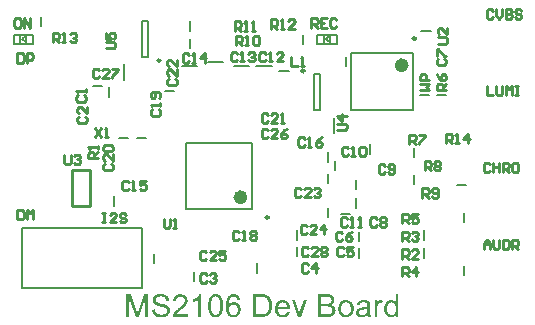
<source format=gto>
G04*
G04 #@! TF.GenerationSoftware,Altium Limited,CircuitStudio,1.5.1 (1.5.1.13)*
G04*
G04 Layer_Color=15065295*
%FSLAX25Y25*%
%MOIN*%
G70*
G01*
G75*
%ADD22C,0.01000*%
%ADD23C,0.02362*%
%ADD33C,0.00984*%
%ADD34C,0.00787*%
%ADD35C,0.01002*%
%ADD36C,0.00500*%
G36*
X282946Y245777D02*
X283041Y245767D01*
X283146Y245756D01*
X283261Y245735D01*
X283387Y245714D01*
X283661Y245641D01*
X283808Y245588D01*
X283955Y245535D01*
X284092Y245462D01*
X284228Y245378D01*
X284365Y245283D01*
X284491Y245178D01*
X284502Y245168D01*
X284523Y245147D01*
X284554Y245115D01*
X284596Y245073D01*
X284638Y245010D01*
X284691Y244947D01*
X284754Y244863D01*
X284817Y244768D01*
X284932Y244548D01*
X285038Y244295D01*
X285069Y244159D01*
X285101Y244011D01*
X285122Y243854D01*
X285132Y243686D01*
Y243665D01*
Y243612D01*
X285122Y243517D01*
X285111Y243402D01*
X285090Y243265D01*
X285048Y243108D01*
X285006Y242950D01*
X284943Y242782D01*
X284932Y242761D01*
X284911Y242708D01*
X284859Y242624D01*
X284796Y242509D01*
X284712Y242372D01*
X284607Y242214D01*
X284470Y242046D01*
X284323Y241867D01*
Y241857D01*
X284302Y241846D01*
X284281Y241815D01*
X284239Y241783D01*
X284197Y241731D01*
X284134Y241668D01*
X284060Y241605D01*
X283987Y241521D01*
X283892Y241426D01*
X283787Y241332D01*
X283671Y241216D01*
X283535Y241100D01*
X283398Y240974D01*
X283240Y240838D01*
X283072Y240690D01*
X282893Y240533D01*
X282883Y240522D01*
X282862Y240501D01*
X282809Y240470D01*
X282757Y240417D01*
X282694Y240365D01*
X282620Y240301D01*
X282442Y240154D01*
X282263Y239986D01*
X282084Y239828D01*
X281927Y239692D01*
X281863Y239629D01*
X281811Y239576D01*
X281801Y239566D01*
X281769Y239534D01*
X281727Y239482D01*
X281674Y239429D01*
X281611Y239345D01*
X281548Y239271D01*
X281422Y239082D01*
X285143D01*
Y238189D01*
X280129D01*
Y238199D01*
Y238242D01*
Y238305D01*
X280140Y238389D01*
X280150Y238494D01*
X280171Y238599D01*
X280192Y238715D01*
X280235Y238830D01*
Y238841D01*
X280245Y238851D01*
X280266Y238914D01*
X280319Y239019D01*
X280382Y239145D01*
X280466Y239303D01*
X280571Y239471D01*
X280697Y239650D01*
X280844Y239839D01*
X280855Y239850D01*
X280865Y239860D01*
X280886Y239892D01*
X280928Y239923D01*
X281023Y240028D01*
X281159Y240165D01*
X281328Y240333D01*
X281538Y240533D01*
X281790Y240753D01*
X282063Y240985D01*
X282074Y240995D01*
X282116Y241027D01*
X282179Y241079D01*
X282263Y241153D01*
X282368Y241237D01*
X282484Y241332D01*
X282599Y241447D01*
X282736Y241563D01*
X283020Y241815D01*
X283293Y242088D01*
X283419Y242214D01*
X283535Y242340D01*
X283640Y242467D01*
X283734Y242582D01*
X283745Y242593D01*
X283755Y242614D01*
X283776Y242645D01*
X283808Y242687D01*
X283871Y242792D01*
X283955Y242939D01*
X284039Y243118D01*
X284102Y243307D01*
X284155Y243507D01*
X284176Y243707D01*
Y243717D01*
Y243728D01*
Y243759D01*
X284165Y243801D01*
X284155Y243896D01*
X284123Y244033D01*
X284081Y244169D01*
X284008Y244327D01*
X283913Y244484D01*
X283776Y244632D01*
X283755Y244653D01*
X283703Y244695D01*
X283619Y244758D01*
X283503Y244831D01*
X283346Y244894D01*
X283177Y244957D01*
X282967Y245000D01*
X282746Y245021D01*
X282683D01*
X282631Y245010D01*
X282515Y245000D01*
X282358Y244968D01*
X282189Y244926D01*
X282011Y244852D01*
X281832Y244747D01*
X281664Y244611D01*
X281643Y244590D01*
X281601Y244537D01*
X281538Y244442D01*
X281464Y244327D01*
X281391Y244169D01*
X281328Y243980D01*
X281286Y243759D01*
X281264Y243507D01*
X280308Y243602D01*
Y243612D01*
X280319Y243644D01*
Y243707D01*
X280329Y243780D01*
X280350Y243864D01*
X280371Y243969D01*
X280403Y244085D01*
X280434Y244201D01*
X280529Y244463D01*
X280655Y244737D01*
X280739Y244863D01*
X280834Y244989D01*
X280928Y245115D01*
X281044Y245220D01*
X281054Y245231D01*
X281075Y245241D01*
X281107Y245273D01*
X281159Y245304D01*
X281222Y245357D01*
X281307Y245399D01*
X281391Y245451D01*
X281496Y245504D01*
X281622Y245556D01*
X281748Y245609D01*
X281885Y245662D01*
X282042Y245704D01*
X282210Y245735D01*
X282379Y245767D01*
X282568Y245777D01*
X282767Y245788D01*
X282873D01*
X282946Y245777D01*
D02*
G37*
G36*
X338124Y243791D02*
X338218Y243780D01*
X338334Y243759D01*
X338460Y243738D01*
X338597Y243707D01*
X338733Y243665D01*
X338880Y243623D01*
X339038Y243560D01*
X339196Y243486D01*
X339353Y243402D01*
X339500Y243297D01*
X339648Y243192D01*
X339784Y243055D01*
X339795Y243045D01*
X339816Y243024D01*
X339847Y242982D01*
X339900Y242918D01*
X339952Y242845D01*
X340015Y242750D01*
X340078Y242645D01*
X340152Y242519D01*
X340215Y242383D01*
X340278Y242225D01*
X340341Y242057D01*
X340394Y241878D01*
X340446Y241678D01*
X340478Y241468D01*
X340499Y241247D01*
X340509Y241006D01*
Y240995D01*
Y240964D01*
Y240901D01*
Y240827D01*
X340499Y240743D01*
X340488Y240638D01*
X340478Y240522D01*
X340467Y240396D01*
X340425Y240133D01*
X340373Y239850D01*
X340289Y239587D01*
X340236Y239450D01*
X340183Y239335D01*
Y239324D01*
X340173Y239303D01*
X340152Y239271D01*
X340121Y239229D01*
X340047Y239124D01*
X339952Y238988D01*
X339816Y238841D01*
X339658Y238683D01*
X339469Y238525D01*
X339259Y238389D01*
X339248D01*
X339227Y238378D01*
X339196Y238357D01*
X339154Y238336D01*
X339101Y238315D01*
X339027Y238284D01*
X338870Y238231D01*
X338670Y238168D01*
X338449Y238115D01*
X338197Y238073D01*
X337934Y238063D01*
X337829D01*
X337745Y238073D01*
X337651Y238084D01*
X337535Y238105D01*
X337409Y238126D01*
X337272Y238158D01*
X337125Y238189D01*
X336978Y238242D01*
X336820Y238305D01*
X336663Y238378D01*
X336515Y238462D01*
X336358Y238557D01*
X336211Y238672D01*
X336074Y238799D01*
X336064Y238809D01*
X336043Y238830D01*
X336011Y238872D01*
X335969Y238935D01*
X335906Y239009D01*
X335853Y239103D01*
X335790Y239219D01*
X335727Y239345D01*
X335654Y239482D01*
X335591Y239639D01*
X335538Y239818D01*
X335486Y240007D01*
X335433Y240217D01*
X335402Y240438D01*
X335381Y240680D01*
X335370Y240932D01*
Y240953D01*
Y240995D01*
X335381Y241079D01*
Y241184D01*
X335391Y241310D01*
X335412Y241458D01*
X335443Y241615D01*
X335475Y241783D01*
X335517Y241962D01*
X335580Y242151D01*
X335643Y242340D01*
X335727Y242519D01*
X335822Y242708D01*
X335938Y242876D01*
X336064Y243034D01*
X336211Y243181D01*
X336221Y243192D01*
X336242Y243213D01*
X336284Y243234D01*
X336337Y243276D01*
X336410Y243328D01*
X336484Y243381D01*
X336579Y243433D01*
X336694Y243496D01*
X336810Y243549D01*
X336947Y243602D01*
X337083Y243654D01*
X337230Y243707D01*
X337398Y243749D01*
X337567Y243770D01*
X337745Y243791D01*
X337934Y243801D01*
X338039D01*
X338124Y243791D01*
D02*
G37*
G36*
X271995Y238189D02*
X271028D01*
Y244527D01*
X268821Y238189D01*
X267917D01*
X265731Y244632D01*
Y238189D01*
X264764D01*
Y245756D01*
X266267D01*
X268064Y240396D01*
Y240386D01*
X268074Y240365D01*
X268085Y240322D01*
X268106Y240270D01*
X268127Y240207D01*
X268148Y240144D01*
X268201Y239976D01*
X268253Y239797D01*
X268316Y239608D01*
X268369Y239440D01*
X268421Y239282D01*
X268432Y239303D01*
X268442Y239356D01*
X268474Y239450D01*
X268516Y239587D01*
X268579Y239755D01*
X268642Y239965D01*
X268726Y240207D01*
X268821Y240491D01*
X270639Y245756D01*
X271995D01*
Y238189D01*
D02*
G37*
G36*
X289630D02*
X288706D01*
Y244106D01*
X288695Y244096D01*
X288643Y244054D01*
X288569Y243990D01*
X288474Y243906D01*
X288338Y243812D01*
X288191Y243696D01*
X288022Y243581D01*
X287823Y243465D01*
X287812D01*
X287802Y243455D01*
X287770Y243433D01*
X287728Y243412D01*
X287623Y243360D01*
X287497Y243286D01*
X287339Y243213D01*
X287182Y243129D01*
X287014Y243055D01*
X286845Y242982D01*
Y243885D01*
X286856D01*
X286877Y243906D01*
X286919Y243927D01*
X286971Y243949D01*
X287045Y243990D01*
X287119Y244033D01*
X287308Y244138D01*
X287518Y244264D01*
X287749Y244411D01*
X287980Y244579D01*
X288201Y244768D01*
X288212Y244779D01*
X288222Y244789D01*
X288254Y244821D01*
X288296Y244863D01*
X288401Y244957D01*
X288527Y245094D01*
X288664Y245252D01*
X288800Y245420D01*
X288926Y245599D01*
X289031Y245788D01*
X289630D01*
Y238189D01*
D02*
G37*
G36*
X344146Y243791D02*
X344314Y243780D01*
X344493Y243759D01*
X344682Y243728D01*
X344871Y243686D01*
X345050Y243633D01*
X345071Y243623D01*
X345123Y243602D01*
X345197Y243570D01*
X345291Y243517D01*
X345396Y243455D01*
X345502Y243381D01*
X345607Y243307D01*
X345691Y243213D01*
X345701Y243202D01*
X345722Y243171D01*
X345764Y243118D01*
X345806Y243045D01*
X345859Y242961D01*
X345901Y242845D01*
X345953Y242729D01*
X345985Y242593D01*
Y242582D01*
X345996Y242551D01*
X346006Y242488D01*
X346017Y242393D01*
Y242277D01*
X346027Y242130D01*
X346038Y241941D01*
Y241731D01*
Y240480D01*
Y240470D01*
Y240428D01*
Y240354D01*
Y240270D01*
Y240165D01*
Y240049D01*
Y239923D01*
X346048Y239787D01*
Y239513D01*
X346059Y239240D01*
X346069Y239124D01*
Y239009D01*
X346080Y238914D01*
X346090Y238841D01*
Y238830D01*
X346101Y238777D01*
X346122Y238715D01*
X346143Y238630D01*
X346174Y238525D01*
X346206Y238420D01*
X346258Y238305D01*
X346321Y238189D01*
X345355D01*
X345344Y238199D01*
X345333Y238242D01*
X345302Y238305D01*
X345281Y238378D01*
X345249Y238483D01*
X345218Y238599D01*
X345197Y238725D01*
X345176Y238872D01*
X345165D01*
X345155Y238851D01*
X345123Y238830D01*
X345092Y238799D01*
X344987Y238725D01*
X344850Y238620D01*
X344703Y238515D01*
X344524Y238420D01*
X344345Y238315D01*
X344167Y238242D01*
X344146Y238231D01*
X344083Y238210D01*
X343988Y238189D01*
X343862Y238158D01*
X343715Y238115D01*
X343536Y238094D01*
X343347Y238073D01*
X343147Y238063D01*
X343063D01*
X343000Y238073D01*
X342927D01*
X342832Y238084D01*
X342632Y238115D01*
X342412Y238168D01*
X342180Y238252D01*
X341960Y238357D01*
X341760Y238504D01*
Y238515D01*
X341739Y238525D01*
X341687Y238588D01*
X341602Y238683D01*
X341518Y238809D01*
X341434Y238977D01*
X341350Y239166D01*
X341298Y239387D01*
X341287Y239503D01*
X341277Y239629D01*
Y239650D01*
Y239692D01*
X341287Y239776D01*
X341298Y239871D01*
X341319Y239986D01*
X341350Y240112D01*
X341392Y240238D01*
X341455Y240365D01*
X341466Y240375D01*
X341487Y240417D01*
X341529Y240480D01*
X341581Y240554D01*
X341644Y240648D01*
X341728Y240732D01*
X341823Y240816D01*
X341928Y240901D01*
X341939Y240911D01*
X341981Y240932D01*
X342044Y240974D01*
X342128Y241016D01*
X342222Y241058D01*
X342338Y241111D01*
X342464Y241163D01*
X342601Y241205D01*
X342611D01*
X342653Y241216D01*
X342716Y241237D01*
X342811Y241247D01*
X342927Y241268D01*
X343063Y241289D01*
X343231Y241321D01*
X343431Y241342D01*
X343442D01*
X343484Y241353D01*
X343536D01*
X343620Y241363D01*
X343704Y241384D01*
X343820Y241394D01*
X343936Y241416D01*
X344062Y241437D01*
X344335Y241479D01*
X344608Y241542D01*
X344871Y241605D01*
X344987Y241636D01*
X345092Y241668D01*
Y241678D01*
Y241699D01*
X345102Y241773D01*
Y241846D01*
Y241888D01*
Y241910D01*
Y241920D01*
Y241931D01*
Y241962D01*
Y242004D01*
X345092Y242099D01*
X345071Y242225D01*
X345039Y242351D01*
X344987Y242488D01*
X344923Y242603D01*
X344829Y242708D01*
X344808Y242719D01*
X344766Y242761D01*
X344682Y242813D01*
X344566Y242876D01*
X344409Y242929D01*
X344230Y242982D01*
X344020Y243024D01*
X343767Y243034D01*
X343662D01*
X343547Y243024D01*
X343400Y243003D01*
X343242Y242982D01*
X343084Y242939D01*
X342937Y242876D01*
X342800Y242803D01*
X342790Y242792D01*
X342748Y242761D01*
X342695Y242698D01*
X342622Y242614D01*
X342548Y242509D01*
X342475Y242361D01*
X342401Y242193D01*
X342338Y241994D01*
X341434Y242120D01*
Y242130D01*
X341445Y242141D01*
Y242172D01*
X341455Y242214D01*
X341487Y242319D01*
X341529Y242456D01*
X341581Y242603D01*
X341655Y242761D01*
X341739Y242908D01*
X341834Y243055D01*
X341844Y243076D01*
X341886Y243118D01*
X341949Y243181D01*
X342044Y243255D01*
X342159Y243349D01*
X342296Y243433D01*
X342464Y243528D01*
X342653Y243602D01*
X342664D01*
X342674Y243612D01*
X342706Y243623D01*
X342748Y243633D01*
X342800Y243644D01*
X342864Y243665D01*
X343011Y243707D01*
X343200Y243738D01*
X343410Y243770D01*
X343652Y243791D01*
X343904Y243801D01*
X344083D01*
X344146Y243791D01*
D02*
G37*
G36*
X331807Y245746D02*
X331891D01*
X332091Y245725D01*
X332312Y245704D01*
X332543Y245662D01*
X332764Y245599D01*
X332974Y245525D01*
X332984D01*
X332995Y245514D01*
X333058Y245483D01*
X333152Y245430D01*
X333278Y245346D01*
X333405Y245252D01*
X333541Y245126D01*
X333678Y244978D01*
X333793Y244810D01*
X333804Y244789D01*
X333846Y244726D01*
X333888Y244632D01*
X333951Y244506D01*
X334004Y244358D01*
X334056Y244190D01*
X334088Y244011D01*
X334098Y243822D01*
Y243801D01*
Y243738D01*
X334088Y243644D01*
X334067Y243528D01*
X334035Y243391D01*
X333983Y243234D01*
X333920Y243076D01*
X333825Y242908D01*
X333815Y242887D01*
X333772Y242834D01*
X333709Y242761D01*
X333625Y242666D01*
X333520Y242551D01*
X333384Y242435D01*
X333226Y242330D01*
X333037Y242225D01*
X333047D01*
X333068Y242214D01*
X333100Y242204D01*
X333152Y242183D01*
X333268Y242130D01*
X333426Y242057D01*
X333594Y241962D01*
X333772Y241846D01*
X333941Y241699D01*
X334088Y241531D01*
Y241521D01*
X334109Y241510D01*
X334151Y241447D01*
X334203Y241342D01*
X334277Y241205D01*
X334350Y241037D01*
X334403Y240848D01*
X334445Y240627D01*
X334466Y240386D01*
Y240375D01*
Y240365D01*
Y240333D01*
Y240291D01*
X334456Y240196D01*
X334435Y240060D01*
X334414Y239902D01*
X334371Y239734D01*
X334308Y239566D01*
X334235Y239387D01*
X334224Y239366D01*
X334193Y239314D01*
X334151Y239229D01*
X334088Y239135D01*
X334004Y239019D01*
X333909Y238904D01*
X333793Y238788D01*
X333678Y238683D01*
X333667Y238672D01*
X333615Y238641D01*
X333552Y238599D01*
X333457Y238546D01*
X333331Y238483D01*
X333194Y238431D01*
X333026Y238368D01*
X332848Y238315D01*
X332826D01*
X332795Y238305D01*
X332764Y238294D01*
X332658Y238273D01*
X332511Y238252D01*
X332333Y238231D01*
X332133Y238210D01*
X331891Y238199D01*
X331639Y238189D01*
X328759D01*
Y245756D01*
X331733D01*
X331807Y245746D01*
D02*
G37*
G36*
X309978D02*
X310177D01*
X310388Y245725D01*
X310619Y245704D01*
X310840Y245683D01*
X311029Y245641D01*
X311039D01*
X311060Y245630D01*
X311092Y245620D01*
X311134Y245609D01*
X311260Y245578D01*
X311407Y245514D01*
X311575Y245441D01*
X311765Y245357D01*
X311954Y245241D01*
X312132Y245105D01*
X312143Y245094D01*
X312164Y245083D01*
X312185Y245052D01*
X312227Y245010D01*
X312280Y244957D01*
X312343Y244905D01*
X312469Y244747D01*
X312616Y244558D01*
X312763Y244337D01*
X312900Y244085D01*
X313026Y243801D01*
Y243791D01*
X313036Y243770D01*
X313057Y243728D01*
X313078Y243665D01*
X313099Y243591D01*
X313120Y243507D01*
X313152Y243402D01*
X313183Y243286D01*
X313204Y243160D01*
X313236Y243024D01*
X313288Y242719D01*
X313320Y242372D01*
X313331Y242004D01*
Y241994D01*
Y241962D01*
Y241920D01*
Y241857D01*
X313320Y241783D01*
Y241699D01*
X313310Y241594D01*
Y241489D01*
X313278Y241258D01*
X313246Y240995D01*
X313194Y240732D01*
X313120Y240480D01*
Y240470D01*
X313110Y240449D01*
X313099Y240417D01*
X313089Y240375D01*
X313036Y240249D01*
X312984Y240091D01*
X312910Y239923D01*
X312815Y239734D01*
X312721Y239555D01*
X312605Y239377D01*
X312595Y239356D01*
X312553Y239303D01*
X312490Y239229D01*
X312406Y239135D01*
X312300Y239019D01*
X312185Y238904D01*
X312048Y238799D01*
X311912Y238693D01*
X311891Y238683D01*
X311849Y238651D01*
X311765Y238609D01*
X311659Y238557D01*
X311533Y238494D01*
X311376Y238431D01*
X311197Y238368D01*
X311008Y238315D01*
X310987D01*
X310955Y238305D01*
X310913Y238294D01*
X310808Y238273D01*
X310661Y238252D01*
X310482Y238231D01*
X310272Y238210D01*
X310051Y238199D01*
X309799Y238189D01*
X307077D01*
Y245756D01*
X309894D01*
X309978Y245746D01*
D02*
G37*
G36*
X355402Y238189D02*
X354540D01*
Y238872D01*
X354530Y238862D01*
X354519Y238841D01*
X354488Y238799D01*
X354446Y238746D01*
X354393Y238683D01*
X354320Y238620D01*
X354246Y238546D01*
X354151Y238473D01*
X354046Y238389D01*
X353931Y238315D01*
X353804Y238252D01*
X353668Y238189D01*
X353521Y238136D01*
X353363Y238094D01*
X353184Y238073D01*
X353006Y238063D01*
X352943D01*
X352890Y238073D01*
X352838D01*
X352764Y238084D01*
X352606Y238105D01*
X352417Y238147D01*
X352218Y238210D01*
X352007Y238305D01*
X351797Y238420D01*
X351787D01*
X351776Y238441D01*
X351702Y238483D01*
X351608Y238567D01*
X351482Y238683D01*
X351345Y238820D01*
X351208Y238998D01*
X351072Y239198D01*
X350946Y239429D01*
Y239440D01*
X350935Y239461D01*
X350914Y239492D01*
X350904Y239545D01*
X350883Y239608D01*
X350851Y239681D01*
X350830Y239766D01*
X350799Y239860D01*
X350746Y240081D01*
X350693Y240333D01*
X350662Y240617D01*
X350652Y240922D01*
Y240932D01*
Y240964D01*
Y241006D01*
Y241058D01*
X350662Y241132D01*
Y241216D01*
X350673Y241310D01*
X350683Y241416D01*
X350715Y241647D01*
X350767Y241899D01*
X350830Y242162D01*
X350925Y242414D01*
Y242425D01*
X350935Y242445D01*
X350956Y242477D01*
X350977Y242530D01*
X351040Y242645D01*
X351135Y242792D01*
X351251Y242961D01*
X351387Y243129D01*
X351555Y243297D01*
X351745Y243444D01*
X351755D01*
X351766Y243455D01*
X351797Y243476D01*
X351839Y243496D01*
X351955Y243560D01*
X352102Y243623D01*
X352280Y243686D01*
X352491Y243749D01*
X352722Y243791D01*
X352964Y243801D01*
X353048D01*
X353142Y243791D01*
X353258Y243780D01*
X353395Y243749D01*
X353542Y243717D01*
X353689Y243665D01*
X353836Y243591D01*
X353857Y243581D01*
X353899Y243549D01*
X353973Y243507D01*
X354067Y243444D01*
X354162Y243370D01*
X354267Y243276D01*
X354382Y243160D01*
X354477Y243045D01*
Y245756D01*
X355402D01*
Y238189D01*
D02*
G37*
G36*
X276409Y245882D02*
X276503D01*
X276598Y245872D01*
X276703Y245861D01*
X276934Y245830D01*
X277176Y245777D01*
X277428Y245714D01*
X277681Y245620D01*
X277691D01*
X277712Y245609D01*
X277744Y245588D01*
X277786Y245567D01*
X277901Y245504D01*
X278048Y245420D01*
X278206Y245304D01*
X278364Y245168D01*
X278521Y245010D01*
X278658Y244821D01*
Y244810D01*
X278668Y244800D01*
X278690Y244768D01*
X278711Y244726D01*
X278774Y244621D01*
X278837Y244474D01*
X278900Y244295D01*
X278963Y244096D01*
X279015Y243875D01*
X279036Y243633D01*
X278080Y243560D01*
Y243570D01*
Y243591D01*
X278069Y243623D01*
X278059Y243675D01*
X278027Y243801D01*
X277985Y243959D01*
X277912Y244127D01*
X277828Y244306D01*
X277702Y244484D01*
X277554Y244632D01*
X277533Y244653D01*
X277470Y244695D01*
X277365Y244747D01*
X277229Y244821D01*
X277040Y244884D01*
X276819Y244947D01*
X276546Y244989D01*
X276241Y245000D01*
X276094D01*
X276020Y244989D01*
X275936Y244978D01*
X275736Y244957D01*
X275526Y244915D01*
X275305Y244863D01*
X275106Y244779D01*
X275011Y244726D01*
X274927Y244663D01*
X274906Y244653D01*
X274864Y244600D01*
X274801Y244537D01*
X274727Y244432D01*
X274643Y244316D01*
X274580Y244180D01*
X274538Y244022D01*
X274517Y243854D01*
Y243833D01*
Y243791D01*
X274528Y243717D01*
X274549Y243623D01*
X274591Y243517D01*
X274633Y243402D01*
X274706Y243297D01*
X274801Y243192D01*
X274811Y243181D01*
X274832Y243171D01*
X274864Y243150D01*
X274906Y243118D01*
X274958Y243097D01*
X275022Y243066D01*
X275095Y243024D01*
X275190Y242982D01*
X275295Y242939D01*
X275421Y242898D01*
X275557Y242855D01*
X275715Y242803D01*
X275894Y242750D01*
X276083Y242698D01*
X276304Y242645D01*
X276314D01*
X276356Y242635D01*
X276419Y242624D01*
X276503Y242603D01*
X276598Y242572D01*
X276714Y242551D01*
X276840Y242519D01*
X276966Y242488D01*
X277250Y242404D01*
X277523Y242330D01*
X277649Y242288D01*
X277775Y242246D01*
X277880Y242204D01*
X277975Y242162D01*
X277985D01*
X278006Y242151D01*
X278038Y242130D01*
X278080Y242109D01*
X278206Y242046D01*
X278343Y241952D01*
X278500Y241846D01*
X278668Y241710D01*
X278816Y241563D01*
X278952Y241394D01*
X278963Y241373D01*
X279005Y241310D01*
X279057Y241216D01*
X279110Y241090D01*
X279173Y240932D01*
X279215Y240743D01*
X279257Y240543D01*
X279268Y240322D01*
Y240312D01*
Y240291D01*
Y240260D01*
Y240217D01*
X279247Y240102D01*
X279225Y239955D01*
X279184Y239776D01*
X279120Y239587D01*
X279036Y239377D01*
X278921Y239177D01*
Y239166D01*
X278900Y239156D01*
X278858Y239093D01*
X278774Y238998D01*
X278668Y238883D01*
X278521Y238746D01*
X278353Y238609D01*
X278153Y238473D01*
X277922Y238357D01*
X277912D01*
X277891Y238347D01*
X277859Y238326D01*
X277807Y238315D01*
X277754Y238294D01*
X277681Y238263D01*
X277596Y238242D01*
X277502Y238210D01*
X277292Y238158D01*
X277040Y238105D01*
X276766Y238073D01*
X276472Y238063D01*
X276304D01*
X276220Y238073D01*
X276115Y238084D01*
X275999D01*
X275873Y238105D01*
X275610Y238136D01*
X275316Y238189D01*
X275032Y238263D01*
X274759Y238357D01*
X274748D01*
X274727Y238368D01*
X274696Y238389D01*
X274643Y238410D01*
X274517Y238483D01*
X274359Y238578D01*
X274191Y238704D01*
X274002Y238862D01*
X273823Y239040D01*
X273666Y239250D01*
Y239261D01*
X273645Y239282D01*
X273634Y239314D01*
X273603Y239356D01*
X273571Y239408D01*
X273540Y239482D01*
X273466Y239650D01*
X273393Y239850D01*
X273329Y240081D01*
X273287Y240333D01*
X273266Y240617D01*
X274212Y240701D01*
Y240690D01*
Y240680D01*
X274223Y240648D01*
Y240606D01*
X274244Y240501D01*
X274275Y240365D01*
X274317Y240217D01*
X274370Y240060D01*
X274433Y239902D01*
X274517Y239755D01*
X274528Y239744D01*
X274559Y239692D01*
X274622Y239629D01*
X274706Y239545D01*
X274811Y239461D01*
X274938Y239356D01*
X275095Y239261D01*
X275274Y239177D01*
X275284D01*
X275295Y239166D01*
X275326Y239156D01*
X275368Y239145D01*
X275473Y239103D01*
X275610Y239072D01*
X275778Y239030D01*
X275978Y238988D01*
X276199Y238967D01*
X276430Y238956D01*
X276524D01*
X276630Y238967D01*
X276766Y238977D01*
X276924Y238998D01*
X277092Y239030D01*
X277260Y239072D01*
X277428Y239124D01*
X277449Y239135D01*
X277502Y239156D01*
X277575Y239198D01*
X277681Y239250D01*
X277786Y239314D01*
X277891Y239387D01*
X277996Y239482D01*
X278080Y239587D01*
X278091Y239597D01*
X278112Y239639D01*
X278153Y239702D01*
X278196Y239776D01*
X278227Y239871D01*
X278269Y239986D01*
X278290Y240112D01*
X278301Y240238D01*
Y240260D01*
Y240301D01*
X278290Y240365D01*
X278280Y240449D01*
X278248Y240543D01*
X278217Y240648D01*
X278164Y240753D01*
X278091Y240859D01*
X278080Y240869D01*
X278048Y240901D01*
X277996Y240953D01*
X277922Y241016D01*
X277828Y241079D01*
X277712Y241153D01*
X277575Y241226D01*
X277407Y241300D01*
X277397Y241310D01*
X277344Y241321D01*
X277313Y241342D01*
X277260Y241353D01*
X277197Y241373D01*
X277134Y241394D01*
X277050Y241416D01*
X276955Y241447D01*
X276840Y241479D01*
X276724Y241510D01*
X276588Y241542D01*
X276430Y241584D01*
X276262Y241626D01*
X276073Y241668D01*
X276062D01*
X276030Y241678D01*
X275978Y241689D01*
X275904Y241710D01*
X275820Y241731D01*
X275726Y241762D01*
X275505Y241825D01*
X275263Y241899D01*
X275022Y241983D01*
X274801Y242067D01*
X274706Y242109D01*
X274622Y242151D01*
X274612D01*
X274601Y242162D01*
X274538Y242204D01*
X274433Y242267D01*
X274317Y242351D01*
X274181Y242445D01*
X274055Y242572D01*
X273928Y242708D01*
X273813Y242855D01*
X273802Y242876D01*
X273771Y242929D01*
X273729Y243013D01*
X273687Y243129D01*
X273634Y243276D01*
X273592Y243433D01*
X273561Y243612D01*
X273550Y243801D01*
Y243812D01*
Y243822D01*
Y243854D01*
X273561Y243896D01*
X273571Y244011D01*
X273592Y244148D01*
X273624Y244306D01*
X273687Y244484D01*
X273760Y244674D01*
X273865Y244863D01*
Y244873D01*
X273876Y244884D01*
X273928Y244947D01*
X274002Y245041D01*
X274107Y245147D01*
X274244Y245273D01*
X274401Y245399D01*
X274591Y245525D01*
X274811Y245630D01*
X274822D01*
X274843Y245641D01*
X274874Y245651D01*
X274927Y245672D01*
X274979Y245693D01*
X275053Y245714D01*
X275221Y245767D01*
X275431Y245809D01*
X275663Y245851D01*
X275925Y245882D01*
X276199Y245893D01*
X276335D01*
X276409Y245882D01*
D02*
G37*
G36*
X300708Y245777D02*
X300782D01*
X300876Y245767D01*
X301076Y245725D01*
X301307Y245662D01*
X301559Y245578D01*
X301801Y245451D01*
X301917Y245367D01*
X302022Y245283D01*
X302032Y245273D01*
X302043Y245262D01*
X302074Y245231D01*
X302116Y245189D01*
X302158Y245136D01*
X302211Y245073D01*
X302263Y245010D01*
X302326Y244926D01*
X302442Y244726D01*
X302558Y244495D01*
X302652Y244211D01*
X302684Y244064D01*
X302715Y243906D01*
X301790Y243833D01*
Y243843D01*
X301780Y243854D01*
X301769Y243917D01*
X301738Y244011D01*
X301696Y244138D01*
X301643Y244264D01*
X301591Y244390D01*
X301517Y244516D01*
X301433Y244621D01*
X301412Y244642D01*
X301370Y244684D01*
X301286Y244747D01*
X301181Y244821D01*
X301044Y244894D01*
X300887Y244957D01*
X300708Y245000D01*
X300508Y245021D01*
X300435D01*
X300351Y245010D01*
X300245Y244989D01*
X300119Y244957D01*
X299983Y244915D01*
X299846Y244852D01*
X299720Y244768D01*
X299699Y244758D01*
X299646Y244705D01*
X299573Y244632D01*
X299468Y244537D01*
X299363Y244400D01*
X299247Y244243D01*
X299131Y244054D01*
X299026Y243833D01*
Y243822D01*
X299016Y243801D01*
X299005Y243770D01*
X298984Y243717D01*
X298963Y243654D01*
X298942Y243581D01*
X298921Y243486D01*
X298900Y243391D01*
X298879Y243265D01*
X298858Y243139D01*
X298837Y242992D01*
X298816Y242845D01*
X298795Y242666D01*
X298785Y242488D01*
X298774Y242298D01*
Y242099D01*
X298785Y242109D01*
X298837Y242172D01*
X298900Y242256D01*
X298995Y242372D01*
X299111Y242498D01*
X299258Y242624D01*
X299415Y242740D01*
X299583Y242845D01*
X299594D01*
X299604Y242855D01*
X299668Y242887D01*
X299773Y242929D01*
X299899Y242971D01*
X300046Y243013D01*
X300224Y243055D01*
X300414Y243087D01*
X300603Y243097D01*
X300697D01*
X300761Y243087D01*
X300834Y243076D01*
X300929Y243066D01*
X301034Y243045D01*
X301149Y243013D01*
X301391Y242929D01*
X301528Y242876D01*
X301654Y242803D01*
X301790Y242729D01*
X301927Y242635D01*
X302053Y242530D01*
X302179Y242404D01*
X302190Y242393D01*
X302211Y242372D01*
X302242Y242330D01*
X302285Y242277D01*
X302337Y242214D01*
X302390Y242130D01*
X302453Y242036D01*
X302516Y241931D01*
X302568Y241804D01*
X302631Y241668D01*
X302684Y241531D01*
X302736Y241373D01*
X302779Y241205D01*
X302810Y241027D01*
X302831Y240838D01*
X302841Y240638D01*
Y240627D01*
Y240606D01*
Y240564D01*
Y240522D01*
X302831Y240459D01*
X302820Y240386D01*
X302800Y240207D01*
X302768Y240007D01*
X302705Y239787D01*
X302631Y239545D01*
X302526Y239314D01*
Y239303D01*
X302516Y239282D01*
X302495Y239250D01*
X302474Y239208D01*
X302400Y239103D01*
X302306Y238967D01*
X302190Y238820D01*
X302043Y238662D01*
X301875Y238515D01*
X301685Y238378D01*
X301675D01*
X301664Y238368D01*
X301633Y238347D01*
X301591Y238326D01*
X301475Y238284D01*
X301328Y238221D01*
X301149Y238168D01*
X300950Y238115D01*
X300718Y238073D01*
X300466Y238063D01*
X300414D01*
X300351Y238073D01*
X300277D01*
X300172Y238094D01*
X300067Y238105D01*
X299930Y238136D01*
X299794Y238168D01*
X299646Y238210D01*
X299499Y238273D01*
X299342Y238336D01*
X299184Y238420D01*
X299026Y238515D01*
X298869Y238630D01*
X298722Y238767D01*
X298574Y238914D01*
X298564Y238925D01*
X298543Y238956D01*
X298511Y239009D01*
X298459Y239082D01*
X298406Y239177D01*
X298343Y239293D01*
X298280Y239429D01*
X298217Y239587D01*
X298144Y239766D01*
X298080Y239976D01*
X298017Y240207D01*
X297965Y240459D01*
X297912Y240743D01*
X297881Y241048D01*
X297860Y241373D01*
X297849Y241731D01*
Y241741D01*
Y241752D01*
Y241783D01*
Y241825D01*
X297860Y241941D01*
Y242088D01*
X297870Y242267D01*
X297891Y242477D01*
X297912Y242708D01*
X297954Y242950D01*
X297996Y243202D01*
X298049Y243465D01*
X298112Y243738D01*
X298196Y244001D01*
X298280Y244253D01*
X298396Y244495D01*
X298511Y244716D01*
X298658Y244915D01*
X298669Y244926D01*
X298690Y244957D01*
X298732Y245000D01*
X298785Y245052D01*
X298858Y245115D01*
X298942Y245189D01*
X299047Y245273D01*
X299163Y245357D01*
X299289Y245430D01*
X299436Y245514D01*
X299594Y245588D01*
X299762Y245651D01*
X299941Y245704D01*
X300140Y245746D01*
X300340Y245777D01*
X300561Y245788D01*
X300645D01*
X300708Y245777D01*
D02*
G37*
G36*
X349653Y243791D02*
X349769Y243759D01*
X349916Y243728D01*
X350084Y243675D01*
X350263Y243602D01*
X350441Y243496D01*
X350105Y242635D01*
X350095Y242645D01*
X350052Y242666D01*
X349979Y242698D01*
X349895Y242740D01*
X349790Y242782D01*
X349674Y242813D01*
X349548Y242834D01*
X349422Y242845D01*
X349369D01*
X349317Y242834D01*
X349243Y242824D01*
X349159Y242803D01*
X349064Y242761D01*
X348970Y242719D01*
X348875Y242656D01*
X348865Y242645D01*
X348833Y242624D01*
X348791Y242582D01*
X348739Y242530D01*
X348686Y242456D01*
X348623Y242372D01*
X348570Y242267D01*
X348529Y242151D01*
Y242141D01*
X348518Y242130D01*
Y242099D01*
X348507Y242067D01*
X348486Y241962D01*
X348455Y241825D01*
X348423Y241668D01*
X348402Y241479D01*
X348392Y241279D01*
X348381Y241058D01*
Y238189D01*
X347457D01*
Y243675D01*
X348287D01*
Y242855D01*
X348297Y242866D01*
X348318Y242898D01*
X348339Y242939D01*
X348402Y243034D01*
X348476Y243160D01*
X348570Y243286D01*
X348665Y243412D01*
X348770Y243528D01*
X348875Y243612D01*
X348886Y243623D01*
X348928Y243644D01*
X348980Y243675D01*
X349054Y243707D01*
X349138Y243738D01*
X349243Y243770D01*
X349359Y243791D01*
X349474Y243801D01*
X349558D01*
X349653Y243791D01*
D02*
G37*
G36*
X322842Y238189D02*
X321959D01*
X319889Y243675D01*
X320877D01*
X322043Y240386D01*
Y240375D01*
X322054Y240365D01*
X322064Y240333D01*
X322075Y240291D01*
X322117Y240186D01*
X322159Y240049D01*
X322222Y239881D01*
X322274Y239692D01*
X322338Y239492D01*
X322401Y239282D01*
X322411Y239303D01*
X322422Y239356D01*
X322453Y239450D01*
X322495Y239576D01*
X322537Y239723D01*
X322600Y239902D01*
X322674Y240102D01*
X322747Y240322D01*
X323967Y243675D01*
X324923D01*
X322842Y238189D01*
D02*
G37*
G36*
X317009Y243791D02*
X317104Y243780D01*
X317209Y243759D01*
X317335Y243738D01*
X317461Y243707D01*
X317598Y243665D01*
X317745Y243612D01*
X317892Y243560D01*
X318050Y243486D01*
X318197Y243391D01*
X318344Y243297D01*
X318480Y243181D01*
X318617Y243045D01*
X318628Y243034D01*
X318649Y243013D01*
X318680Y242971D01*
X318733Y242908D01*
X318785Y242834D01*
X318838Y242740D01*
X318901Y242624D01*
X318974Y242498D01*
X319037Y242361D01*
X319100Y242204D01*
X319153Y242025D01*
X319216Y241836D01*
X319258Y241636D01*
X319290Y241416D01*
X319311Y241184D01*
X319321Y240932D01*
Y240922D01*
Y240869D01*
Y240795D01*
X319311Y240690D01*
X315233D01*
Y240680D01*
Y240648D01*
X315243Y240606D01*
Y240543D01*
X315254Y240470D01*
X315275Y240375D01*
X315317Y240175D01*
X315380Y239955D01*
X315464Y239723D01*
X315580Y239503D01*
X315737Y239303D01*
X315748D01*
X315758Y239282D01*
X315821Y239229D01*
X315916Y239156D01*
X316053Y239072D01*
X316221Y238977D01*
X316420Y238904D01*
X316641Y238851D01*
X316757Y238841D01*
X316883Y238830D01*
X316967D01*
X317061Y238841D01*
X317188Y238862D01*
X317324Y238893D01*
X317471Y238946D01*
X317619Y239009D01*
X317755Y239093D01*
X317776Y239103D01*
X317818Y239145D01*
X317881Y239208D01*
X317965Y239303D01*
X318050Y239419D01*
X318155Y239576D01*
X318249Y239744D01*
X318333Y239955D01*
X319290Y239828D01*
Y239818D01*
X319279Y239797D01*
X319269Y239744D01*
X319248Y239692D01*
X319216Y239618D01*
X319185Y239534D01*
X319100Y239356D01*
X318985Y239145D01*
X318838Y238925D01*
X318649Y238715D01*
X318438Y238525D01*
X318428D01*
X318407Y238504D01*
X318375Y238483D01*
X318333Y238452D01*
X318270Y238420D01*
X318197Y238378D01*
X318112Y238336D01*
X318018Y238294D01*
X317913Y238252D01*
X317787Y238210D01*
X317524Y238136D01*
X317219Y238084D01*
X317061Y238073D01*
X316883Y238063D01*
X316767D01*
X316683Y238073D01*
X316578Y238084D01*
X316462Y238105D01*
X316336Y238126D01*
X316189Y238158D01*
X316042Y238189D01*
X315884Y238242D01*
X315727Y238305D01*
X315569Y238378D01*
X315411Y238462D01*
X315254Y238557D01*
X315107Y238672D01*
X314970Y238799D01*
X314960Y238809D01*
X314938Y238830D01*
X314907Y238872D01*
X314865Y238935D01*
X314812Y239009D01*
X314749Y239103D01*
X314686Y239219D01*
X314623Y239335D01*
X314560Y239482D01*
X314497Y239639D01*
X314434Y239808D01*
X314382Y239997D01*
X314339Y240196D01*
X314308Y240407D01*
X314287Y240638D01*
X314276Y240880D01*
Y240901D01*
Y240943D01*
Y241016D01*
X314287Y241111D01*
X314297Y241226D01*
X314318Y241363D01*
X314339Y241510D01*
X314360Y241668D01*
X314444Y242015D01*
X314508Y242193D01*
X314571Y242372D01*
X314655Y242551D01*
X314749Y242719D01*
X314854Y242887D01*
X314981Y243034D01*
X314991Y243045D01*
X315012Y243066D01*
X315054Y243108D01*
X315107Y243150D01*
X315180Y243213D01*
X315264Y243276D01*
X315369Y243349D01*
X315485Y243423D01*
X315611Y243486D01*
X315748Y243560D01*
X315895Y243623D01*
X316063Y243686D01*
X316242Y243728D01*
X316420Y243770D01*
X316620Y243791D01*
X316830Y243801D01*
X316935D01*
X317009Y243791D01*
D02*
G37*
G36*
X294696Y245777D02*
X294843Y245756D01*
X295001Y245725D01*
X295190Y245683D01*
X295369Y245620D01*
X295548Y245535D01*
X295558D01*
X295569Y245525D01*
X295621Y245493D01*
X295705Y245430D01*
X295821Y245357D01*
X295936Y245262D01*
X296063Y245136D01*
X296189Y245000D01*
X296304Y244831D01*
X296315Y244810D01*
X296357Y244747D01*
X296409Y244653D01*
X296472Y244516D01*
X296546Y244358D01*
X296620Y244159D01*
X296704Y243949D01*
X296767Y243707D01*
Y243696D01*
X296777Y243675D01*
X296788Y243644D01*
X296798Y243591D01*
X296809Y243517D01*
X296819Y243433D01*
X296840Y243339D01*
X296861Y243234D01*
X296872Y243118D01*
X296893Y242982D01*
X296903Y242834D01*
X296914Y242677D01*
X296924Y242498D01*
X296935Y242319D01*
X296945Y242130D01*
Y241920D01*
Y241910D01*
Y241857D01*
Y241794D01*
Y241699D01*
X296935Y241584D01*
Y241458D01*
X296924Y241310D01*
X296914Y241153D01*
X296882Y240806D01*
X296830Y240449D01*
X296767Y240091D01*
X296725Y239923D01*
X296672Y239766D01*
Y239755D01*
X296662Y239734D01*
X296641Y239692D01*
X296620Y239629D01*
X296588Y239566D01*
X296556Y239482D01*
X296472Y239303D01*
X296357Y239093D01*
X296210Y238893D01*
X296041Y238683D01*
X295852Y238504D01*
X295842D01*
X295831Y238483D01*
X295800Y238462D01*
X295758Y238431D01*
X295705Y238399D01*
X295632Y238368D01*
X295474Y238284D01*
X295274Y238199D01*
X295043Y238136D01*
X294770Y238084D01*
X294476Y238063D01*
X294423D01*
X294370Y238073D01*
X294297D01*
X294202Y238084D01*
X294097Y238105D01*
X293982Y238126D01*
X293856Y238158D01*
X293719Y238199D01*
X293582Y238252D01*
X293435Y238315D01*
X293288Y238389D01*
X293151Y238483D01*
X293015Y238588D01*
X292888Y238704D01*
X292762Y238841D01*
X292752Y238851D01*
X292731Y238883D01*
X292689Y238946D01*
X292647Y239019D01*
X292594Y239124D01*
X292531Y239250D01*
X292458Y239408D01*
X292395Y239576D01*
X292321Y239787D01*
X292247Y240007D01*
X292184Y240260D01*
X292132Y240543D01*
X292090Y240848D01*
X292048Y241174D01*
X292027Y241531D01*
X292016Y241920D01*
Y241931D01*
Y241983D01*
Y242046D01*
Y242141D01*
X292027Y242256D01*
Y242383D01*
X292037Y242530D01*
X292048Y242687D01*
X292079Y243034D01*
X292132Y243391D01*
X292195Y243749D01*
X292237Y243917D01*
X292289Y244075D01*
Y244085D01*
X292300Y244117D01*
X292321Y244159D01*
X292342Y244211D01*
X292373Y244285D01*
X292405Y244358D01*
X292500Y244548D01*
X292615Y244747D01*
X292752Y244957D01*
X292920Y245168D01*
X293109Y245346D01*
X293120Y245357D01*
X293130Y245367D01*
X293162Y245388D01*
X293204Y245420D01*
X293256Y245451D01*
X293330Y245483D01*
X293488Y245567D01*
X293687Y245651D01*
X293918Y245714D01*
X294181Y245767D01*
X294476Y245788D01*
X294581D01*
X294696Y245777D01*
D02*
G37*
%LPC*%
G36*
X345102Y240943D02*
X345092D01*
X345081Y240932D01*
X345050Y240922D01*
X345008Y240911D01*
X344955Y240890D01*
X344882Y240869D01*
X344808Y240848D01*
X344713Y240816D01*
X344619Y240795D01*
X344503Y240764D01*
X344377Y240732D01*
X344240Y240701D01*
X344093Y240669D01*
X343925Y240648D01*
X343757Y240617D01*
X343568Y240585D01*
X343547D01*
X343515Y240575D01*
X343473D01*
X343379Y240554D01*
X343252Y240533D01*
X343126Y240501D01*
X342990Y240470D01*
X342864Y240438D01*
X342758Y240396D01*
X342748D01*
X342716Y240375D01*
X342674Y240354D01*
X342622Y240322D01*
X342506Y240228D01*
X342443Y240165D01*
X342391Y240091D01*
Y240081D01*
X342370Y240060D01*
X342349Y240018D01*
X342328Y239965D01*
X342307Y239892D01*
X342285Y239818D01*
X342275Y239734D01*
X342265Y239650D01*
Y239629D01*
Y239587D01*
X342275Y239524D01*
X342296Y239440D01*
X342328Y239335D01*
X342380Y239229D01*
X342443Y239124D01*
X342538Y239030D01*
X342548Y239019D01*
X342590Y238988D01*
X342653Y238956D01*
X342748Y238914D01*
X342864Y238862D01*
X343011Y238830D01*
X343179Y238799D01*
X343368Y238788D01*
X343463D01*
X343557Y238799D01*
X343694Y238820D01*
X343841Y238841D01*
X343999Y238883D01*
X344167Y238946D01*
X344324Y239019D01*
X344345Y239030D01*
X344398Y239061D01*
X344472Y239114D01*
X344556Y239187D01*
X344661Y239282D01*
X344766Y239387D01*
X344861Y239513D01*
X344945Y239660D01*
X344955Y239671D01*
X344966Y239723D01*
X344987Y239797D01*
X345018Y239892D01*
X345050Y240028D01*
X345071Y240186D01*
X345081Y240375D01*
X345092Y240596D01*
X345102Y240943D01*
D02*
G37*
G36*
X331502Y241689D02*
X329758D01*
Y239082D01*
X331902D01*
X332133Y239093D01*
X332238Y239103D01*
X332322Y239114D01*
X332333D01*
X332385Y239124D01*
X332448Y239145D01*
X332522Y239166D01*
X332616Y239187D01*
X332711Y239229D01*
X332805Y239261D01*
X332900Y239314D01*
X332911Y239324D01*
X332942Y239345D01*
X332984Y239377D01*
X333037Y239419D01*
X333089Y239482D01*
X333163Y239555D01*
X333215Y239639D01*
X333278Y239734D01*
X333289Y239744D01*
X333299Y239787D01*
X333331Y239839D01*
X333363Y239923D01*
X333384Y240018D01*
X333415Y240133D01*
X333426Y240249D01*
X333436Y240386D01*
Y240407D01*
Y240459D01*
X333426Y240533D01*
X333405Y240638D01*
X333384Y240743D01*
X333342Y240869D01*
X333278Y240995D01*
X333205Y241111D01*
X333194Y241121D01*
X333163Y241163D01*
X333110Y241216D01*
X333047Y241289D01*
X332963Y241353D01*
X332858Y241426D01*
X332732Y241500D01*
X332595Y241552D01*
X332574Y241563D01*
X332522Y241573D01*
X332438Y241594D01*
X332322Y241626D01*
X332164Y241647D01*
X331975Y241668D01*
X331754Y241678D01*
X331502Y241689D01*
D02*
G37*
G36*
X309820Y244863D02*
X308075D01*
Y239082D01*
X309873D01*
X309946Y239093D01*
X310114Y239103D01*
X310304Y239114D01*
X310503Y239145D01*
X310693Y239177D01*
X310861Y239219D01*
X310882Y239229D01*
X310934Y239240D01*
X311008Y239271D01*
X311113Y239324D01*
X311218Y239377D01*
X311334Y239440D01*
X311439Y239524D01*
X311544Y239608D01*
X311565Y239629D01*
X311607Y239671D01*
X311670Y239755D01*
X311743Y239860D01*
X311838Y239997D01*
X311933Y240165D01*
X312017Y240354D01*
X312101Y240564D01*
Y240575D01*
X312111Y240596D01*
X312122Y240627D01*
X312132Y240669D01*
X312143Y240732D01*
X312164Y240795D01*
X312185Y240880D01*
X312206Y240974D01*
X312237Y241184D01*
X312269Y241437D01*
X312290Y241720D01*
X312300Y242025D01*
Y242036D01*
Y242078D01*
Y242141D01*
X312290Y242225D01*
Y242319D01*
X312280Y242435D01*
X312269Y242561D01*
X312248Y242698D01*
X312206Y242992D01*
X312132Y243297D01*
X312038Y243581D01*
X311975Y243717D01*
X311901Y243843D01*
Y243854D01*
X311880Y243875D01*
X311859Y243906D01*
X311828Y243949D01*
X311754Y244054D01*
X311638Y244190D01*
X311502Y244337D01*
X311334Y244474D01*
X311155Y244600D01*
X310955Y244705D01*
X310934Y244716D01*
X310882Y244726D01*
X310787Y244758D01*
X310640Y244789D01*
X310556Y244800D01*
X310461Y244810D01*
X310356Y244831D01*
X310241Y244842D01*
X310114Y244852D01*
X309978D01*
X309820Y244863D01*
D02*
G37*
G36*
X331544D02*
X329758D01*
Y242582D01*
X331607D01*
X331754Y242593D01*
X331912Y242603D01*
X332070Y242614D01*
X332206Y242635D01*
X332333Y242666D01*
X332354Y242677D01*
X332396Y242687D01*
X332469Y242719D01*
X332553Y242761D01*
X332648Y242813D01*
X332743Y242876D01*
X332837Y242950D01*
X332911Y243045D01*
X332921Y243055D01*
X332942Y243097D01*
X332974Y243150D01*
X333016Y243223D01*
X333047Y243318D01*
X333079Y243433D01*
X333100Y243560D01*
X333110Y243696D01*
Y243717D01*
Y243759D01*
X333100Y243833D01*
X333089Y243917D01*
X333068Y244022D01*
X333026Y244138D01*
X332984Y244253D01*
X332921Y244358D01*
X332911Y244369D01*
X332890Y244400D01*
X332848Y244453D01*
X332795Y244516D01*
X332721Y244579D01*
X332627Y244642D01*
X332522Y244705D01*
X332406Y244747D01*
X332396Y244758D01*
X332343Y244768D01*
X332259Y244789D01*
X332143Y244810D01*
X331986Y244831D01*
X331891D01*
X331786Y244842D01*
X331670Y244852D01*
X331544Y244863D01*
D02*
G37*
G36*
X316841Y243034D02*
X316778D01*
X316736Y243024D01*
X316620Y243013D01*
X316462Y242982D01*
X316294Y242929D01*
X316116Y242855D01*
X315937Y242750D01*
X315758Y242603D01*
X315737Y242582D01*
X315695Y242530D01*
X315622Y242425D01*
X315538Y242298D01*
X315454Y242130D01*
X315380Y241941D01*
X315317Y241710D01*
X315285Y241458D01*
X318344D01*
Y241468D01*
Y241489D01*
X318333Y241521D01*
Y241573D01*
X318312Y241689D01*
X318281Y241846D01*
X318228Y242015D01*
X318165Y242183D01*
X318092Y242340D01*
X317986Y242488D01*
Y242498D01*
X317965Y242509D01*
X317902Y242572D01*
X317808Y242656D01*
X317682Y242761D01*
X317513Y242866D01*
X317314Y242950D01*
X317093Y243013D01*
X316967Y243024D01*
X316841Y243034D01*
D02*
G37*
G36*
X300529Y242277D02*
X300351D01*
X300309Y242267D01*
X300193Y242256D01*
X300046Y242225D01*
X299878Y242172D01*
X299710Y242088D01*
X299520Y241973D01*
X299436Y241910D01*
X299352Y241825D01*
X299331Y241804D01*
X299289Y241741D01*
X299216Y241647D01*
X299142Y241510D01*
X299058Y241342D01*
X298984Y241132D01*
X298942Y240901D01*
X298921Y240638D01*
Y240617D01*
Y240554D01*
X298932Y240459D01*
X298942Y240343D01*
X298974Y240196D01*
X299005Y240049D01*
X299058Y239881D01*
X299121Y239713D01*
X299131Y239692D01*
X299163Y239639D01*
X299205Y239566D01*
X299268Y239471D01*
X299342Y239366D01*
X299436Y239250D01*
X299552Y239145D01*
X299678Y239051D01*
X299699Y239040D01*
X299741Y239019D01*
X299815Y238977D01*
X299909Y238946D01*
X300025Y238904D01*
X300162Y238862D01*
X300309Y238841D01*
X300456Y238830D01*
X300508D01*
X300550Y238841D01*
X300666Y238851D01*
X300803Y238893D01*
X300960Y238946D01*
X301128Y239030D01*
X301296Y239145D01*
X301381Y239219D01*
X301465Y239303D01*
Y239314D01*
X301486Y239324D01*
X301507Y239356D01*
X301528Y239387D01*
X301601Y239492D01*
X301675Y239639D01*
X301748Y239828D01*
X301822Y240039D01*
X301864Y240301D01*
X301885Y240585D01*
Y240596D01*
Y240617D01*
Y240659D01*
X301875Y240711D01*
Y240785D01*
X301864Y240859D01*
X301833Y241037D01*
X301780Y241237D01*
X301706Y241437D01*
X301601Y241647D01*
X301465Y241825D01*
Y241836D01*
X301444Y241846D01*
X301391Y241899D01*
X301296Y241973D01*
X301181Y242057D01*
X301023Y242130D01*
X300845Y242204D01*
X300645Y242256D01*
X300529Y242277D01*
D02*
G37*
G36*
X294465Y245021D02*
X294402D01*
X294360Y245010D01*
X294244Y244989D01*
X294097Y244957D01*
X293939Y244884D01*
X293761Y244789D01*
X293677Y244726D01*
X293603Y244653D01*
X293519Y244569D01*
X293446Y244474D01*
Y244463D01*
X293425Y244442D01*
X293404Y244400D01*
X293372Y244337D01*
X293340Y244253D01*
X293298Y244159D01*
X293256Y244033D01*
X293214Y243896D01*
X293162Y243728D01*
X293120Y243549D01*
X293078Y243339D01*
X293046Y243108D01*
X293015Y242845D01*
X292994Y242561D01*
X292983Y242256D01*
X292973Y241920D01*
Y241899D01*
Y241836D01*
Y241741D01*
X292983Y241615D01*
Y241468D01*
X292994Y241300D01*
X293004Y241111D01*
X293025Y240911D01*
X293078Y240491D01*
X293109Y240281D01*
X293151Y240081D01*
X293204Y239892D01*
X293256Y239723D01*
X293330Y239566D01*
X293404Y239440D01*
X293414Y239429D01*
X293425Y239419D01*
X293446Y239387D01*
X293477Y239345D01*
X293572Y239250D01*
X293698Y239135D01*
X293856Y239019D01*
X294034Y238925D01*
X294139Y238883D01*
X294244Y238862D01*
X294360Y238841D01*
X294476Y238830D01*
X294539D01*
X294581Y238841D01*
X294696Y238862D01*
X294854Y238904D01*
X295022Y238977D01*
X295106Y239030D01*
X295201Y239093D01*
X295285Y239156D01*
X295379Y239240D01*
X295463Y239335D01*
X295548Y239440D01*
X295558Y239450D01*
X295569Y239471D01*
X295590Y239513D01*
X295621Y239566D01*
X295653Y239639D01*
X295684Y239734D01*
X295726Y239850D01*
X295768Y239986D01*
X295810Y240144D01*
X295852Y240322D01*
X295884Y240522D01*
X295915Y240743D01*
X295947Y241006D01*
X295968Y241279D01*
X295989Y241584D01*
Y241920D01*
Y241931D01*
Y241941D01*
Y242004D01*
Y242099D01*
X295978Y242225D01*
Y242372D01*
X295968Y242540D01*
X295957Y242729D01*
X295936Y242929D01*
X295884Y243349D01*
X295842Y243560D01*
X295800Y243759D01*
X295758Y243949D01*
X295695Y244117D01*
X295621Y244274D01*
X295548Y244400D01*
Y244411D01*
X295527Y244432D01*
X295505Y244453D01*
X295474Y244495D01*
X295379Y244600D01*
X295253Y244716D01*
X295096Y244821D01*
X294906Y244926D01*
X294812Y244968D01*
X294696Y244989D01*
X294581Y245010D01*
X294465Y245021D01*
D02*
G37*
G36*
X353058Y243034D02*
X352995D01*
X352953Y243024D01*
X352838Y243003D01*
X352701Y242971D01*
X352533Y242908D01*
X352354Y242813D01*
X352270Y242761D01*
X352186Y242687D01*
X352102Y242614D01*
X352018Y242519D01*
Y242509D01*
X351997Y242498D01*
X351976Y242467D01*
X351955Y242425D01*
X351923Y242372D01*
X351892Y242298D01*
X351850Y242225D01*
X351818Y242130D01*
X351776Y242025D01*
X351734Y241910D01*
X351702Y241773D01*
X351671Y241636D01*
X351650Y241479D01*
X351629Y241300D01*
X351608Y241121D01*
Y240922D01*
Y240911D01*
Y240880D01*
Y240816D01*
X351618Y240753D01*
Y240659D01*
X351629Y240564D01*
X351650Y240449D01*
X351660Y240333D01*
X351713Y240070D01*
X351797Y239818D01*
X351902Y239566D01*
X351976Y239450D01*
X352049Y239345D01*
X352060Y239335D01*
X352070Y239324D01*
X352123Y239261D01*
X352218Y239187D01*
X352344Y239093D01*
X352501Y238998D01*
X352680Y238914D01*
X352869Y238851D01*
X352985Y238841D01*
X353090Y238830D01*
X353153D01*
X353195Y238841D01*
X353310Y238862D01*
X353447Y238893D01*
X353615Y238956D01*
X353783Y239040D01*
X353962Y239166D01*
X354046Y239240D01*
X354130Y239324D01*
Y239335D01*
X354151Y239345D01*
X354172Y239377D01*
X354193Y239419D01*
X354235Y239471D01*
X354267Y239534D01*
X354309Y239608D01*
X354351Y239702D01*
X354382Y239797D01*
X354425Y239913D01*
X354467Y240039D01*
X354498Y240175D01*
X354519Y240322D01*
X354540Y240491D01*
X354561Y240659D01*
Y240848D01*
Y240859D01*
Y240901D01*
Y240953D01*
X354551Y241037D01*
Y241121D01*
X354540Y241237D01*
X354530Y241353D01*
X354509Y241479D01*
X354456Y241741D01*
X354372Y242015D01*
X354267Y242277D01*
X354193Y242393D01*
X354120Y242498D01*
Y242509D01*
X354099Y242519D01*
X354046Y242582D01*
X353952Y242666D01*
X353825Y242771D01*
X353668Y242866D01*
X353489Y242950D01*
X353290Y243013D01*
X353174Y243024D01*
X353058Y243034D01*
D02*
G37*
G36*
X337934D02*
X337871D01*
X337819Y243024D01*
X337756D01*
X337693Y243003D01*
X337535Y242971D01*
X337346Y242908D01*
X337157Y242813D01*
X337062Y242750D01*
X336957Y242687D01*
X336873Y242603D01*
X336778Y242509D01*
Y242498D01*
X336757Y242488D01*
X336736Y242456D01*
X336705Y242414D01*
X336673Y242351D01*
X336631Y242288D01*
X336600Y242204D01*
X336558Y242120D01*
X336515Y242015D01*
X336473Y241888D01*
X336432Y241762D01*
X336400Y241626D01*
X336368Y241468D01*
X336347Y241300D01*
X336337Y241121D01*
X336326Y240932D01*
Y240922D01*
Y240890D01*
Y240827D01*
X336337Y240753D01*
Y240669D01*
X336347Y240564D01*
X336368Y240459D01*
X336379Y240333D01*
X336442Y240081D01*
X336515Y239818D01*
X336631Y239566D01*
X336694Y239450D01*
X336778Y239345D01*
X336789Y239335D01*
X336799Y239324D01*
X336862Y239261D01*
X336957Y239187D01*
X337094Y239093D01*
X337262Y238998D01*
X337461Y238914D01*
X337682Y238851D01*
X337808Y238841D01*
X337934Y238830D01*
X337998D01*
X338050Y238841D01*
X338113Y238851D01*
X338176Y238862D01*
X338344Y238893D01*
X338523Y238956D01*
X338712Y239051D01*
X338817Y239114D01*
X338912Y239187D01*
X339006Y239261D01*
X339090Y239356D01*
X339101Y239366D01*
X339111Y239377D01*
X339132Y239408D01*
X339164Y239450D01*
X339196Y239513D01*
X339238Y239576D01*
X339280Y239660D01*
X339322Y239755D01*
X339364Y239860D01*
X339406Y239976D01*
X339448Y240112D01*
X339479Y240260D01*
X339511Y240417D01*
X339532Y240585D01*
X339553Y240764D01*
Y240964D01*
Y240974D01*
Y241006D01*
Y241058D01*
X339542Y241132D01*
Y241216D01*
X339532Y241310D01*
X339511Y241426D01*
X339500Y241542D01*
X339437Y241794D01*
X339353Y242046D01*
X339248Y242288D01*
X339175Y242404D01*
X339090Y242509D01*
Y242519D01*
X339070Y242530D01*
X339006Y242593D01*
X338912Y242677D01*
X338775Y242771D01*
X338607Y242866D01*
X338407Y242950D01*
X338187Y243013D01*
X338060Y243024D01*
X337934Y243034D01*
D02*
G37*
%LPD*%
D22*
X383858Y260827D02*
Y262926D01*
X384908Y263975D01*
X385957Y262926D01*
Y260827D01*
Y262401D01*
X383858D01*
X387007Y263975D02*
Y261351D01*
X387532Y260827D01*
X388581D01*
X389106Y261351D01*
Y263975D01*
X390156D02*
Y260827D01*
X391730D01*
X392254Y261351D01*
Y263451D01*
X391730Y263975D01*
X390156D01*
X393304Y260827D02*
Y263975D01*
X394878D01*
X395403Y263451D01*
Y262401D01*
X394878Y261876D01*
X393304D01*
X394354D02*
X395403Y260827D01*
X248557Y312040D02*
X248032Y311515D01*
Y310466D01*
X248557Y309941D01*
X250656D01*
X251181Y310466D01*
Y311515D01*
X250656Y312040D01*
X251181Y313089D02*
Y314139D01*
Y313614D01*
X248032D01*
X248557Y313089D01*
X248951Y304953D02*
X248426Y304429D01*
Y303379D01*
X248951Y302854D01*
X251050D01*
X251575Y303379D01*
Y304429D01*
X251050Y304953D01*
X251575Y308102D02*
Y306003D01*
X249476Y308102D01*
X248951D01*
X248426Y307577D01*
Y306528D01*
X248951Y306003D01*
X291469Y252230D02*
X290944Y252755D01*
X289895D01*
X289370Y252230D01*
Y250131D01*
X289895Y249606D01*
X290944D01*
X291469Y250131D01*
X292519Y252230D02*
X293043Y252755D01*
X294093D01*
X294618Y252230D01*
Y251705D01*
X294093Y251181D01*
X293568D01*
X294093D01*
X294618Y250656D01*
Y250131D01*
X294093Y249606D01*
X293043D01*
X292519Y250131D01*
X325327Y255478D02*
X324803Y256003D01*
X323753D01*
X323228Y255478D01*
Y253379D01*
X323753Y252854D01*
X324803D01*
X325327Y253379D01*
X327951Y252854D02*
Y256003D01*
X326377Y254429D01*
X328476D01*
X337138Y260990D02*
X336614Y261515D01*
X335564D01*
X335039Y260990D01*
Y258891D01*
X335564Y258366D01*
X336614D01*
X337138Y258891D01*
X340287Y261515D02*
X338188D01*
Y259940D01*
X339237Y260465D01*
X339762D01*
X340287Y259940D01*
Y258891D01*
X339762Y258366D01*
X338713D01*
X338188Y258891D01*
X336745Y266108D02*
X336220Y266633D01*
X335170D01*
X334646Y266108D01*
Y264009D01*
X335170Y263484D01*
X336220D01*
X336745Y264009D01*
X339893Y266633D02*
X338844Y266108D01*
X337794Y265059D01*
Y264009D01*
X338319Y263484D01*
X339369D01*
X339893Y264009D01*
Y264534D01*
X339369Y265059D01*
X337794D01*
X368636Y324245D02*
X368111Y323720D01*
Y322670D01*
X368636Y322146D01*
X370735D01*
X371260Y322670D01*
Y323720D01*
X370735Y324245D01*
X368111Y325294D02*
Y327393D01*
X368636D01*
X370735Y325294D01*
X371260D01*
X348162Y270832D02*
X347637Y271357D01*
X346588D01*
X346063Y270832D01*
Y268733D01*
X346588Y268209D01*
X347637D01*
X348162Y268733D01*
X349212Y270832D02*
X349736Y271357D01*
X350786D01*
X351311Y270832D01*
Y270308D01*
X350786Y269783D01*
X351311Y269258D01*
Y268733D01*
X350786Y268209D01*
X349736D01*
X349212Y268733D01*
Y269258D01*
X349736Y269783D01*
X349212Y270308D01*
Y270832D01*
X349736Y269783D02*
X350786D01*
X350918Y288549D02*
X350393Y289074D01*
X349344D01*
X348819Y288549D01*
Y286450D01*
X349344Y285925D01*
X350393D01*
X350918Y286450D01*
X351968D02*
X352492Y285925D01*
X353542D01*
X354067Y286450D01*
Y288549D01*
X353542Y289074D01*
X352492D01*
X351968Y288549D01*
Y288024D01*
X352492Y287499D01*
X354067D01*
X338713Y294455D02*
X338189Y294979D01*
X337139D01*
X336614Y294455D01*
Y292355D01*
X337139Y291831D01*
X338189D01*
X338713Y292355D01*
X339763Y291831D02*
X340812D01*
X340287D01*
Y294979D01*
X339763Y294455D01*
X342387D02*
X342911Y294979D01*
X343961D01*
X344486Y294455D01*
Y292355D01*
X343961Y291831D01*
X342911D01*
X342387Y292355D01*
Y294455D01*
X338319Y270832D02*
X337795Y271357D01*
X336745D01*
X336221Y270832D01*
Y268733D01*
X336745Y268209D01*
X337795D01*
X338319Y268733D01*
X339369Y268209D02*
X340419D01*
X339894D01*
Y271357D01*
X339369Y270832D01*
X341993Y268209D02*
X343042D01*
X342518D01*
Y271357D01*
X341993Y270832D01*
X311154Y325951D02*
X310629Y326475D01*
X309580D01*
X309055Y325951D01*
Y323851D01*
X309580Y323327D01*
X310629D01*
X311154Y323851D01*
X312204Y323327D02*
X313253D01*
X312729D01*
Y326475D01*
X312204Y325951D01*
X316927Y323327D02*
X314827D01*
X316927Y325426D01*
Y325951D01*
X316402Y326475D01*
X315352D01*
X314827Y325951D01*
X301705D02*
X301181Y326475D01*
X300131D01*
X299606Y325951D01*
Y323851D01*
X300131Y323327D01*
X301181D01*
X301705Y323851D01*
X302755Y323327D02*
X303804D01*
X303280D01*
Y326475D01*
X302755Y325951D01*
X305379D02*
X305904Y326475D01*
X306953D01*
X307478Y325951D01*
Y325426D01*
X306953Y324901D01*
X306428D01*
X306953D01*
X307478Y324376D01*
Y323851D01*
X306953Y323327D01*
X305904D01*
X305379Y323851D01*
X285564Y325459D02*
X285039Y325983D01*
X283989D01*
X283465Y325459D01*
Y323359D01*
X283989Y322835D01*
X285039D01*
X285564Y323359D01*
X286613Y322835D02*
X287663D01*
X287138D01*
Y325983D01*
X286613Y325459D01*
X290811Y322835D02*
Y325983D01*
X289237Y324409D01*
X291336D01*
X265485Y283037D02*
X264960Y283562D01*
X263911D01*
X263386Y283037D01*
Y280938D01*
X263911Y280413D01*
X264960D01*
X265485Y280938D01*
X266534Y280413D02*
X267584D01*
X267059D01*
Y283562D01*
X266534Y283037D01*
X271257Y283562D02*
X269158D01*
Y281988D01*
X270208Y282512D01*
X270732D01*
X271257Y281988D01*
Y280938D01*
X270732Y280413D01*
X269683D01*
X269158Y280938D01*
X324146Y297604D02*
X323622Y298129D01*
X322572D01*
X322047Y297604D01*
Y295505D01*
X322572Y294980D01*
X323622D01*
X324146Y295505D01*
X325196Y294980D02*
X326245D01*
X325721D01*
Y298129D01*
X325196Y297604D01*
X329919Y298129D02*
X328869Y297604D01*
X327820Y296555D01*
Y295505D01*
X328344Y294980D01*
X329394D01*
X329919Y295505D01*
Y296030D01*
X329394Y296555D01*
X327820D01*
X302296Y266403D02*
X301771Y266928D01*
X300722D01*
X300197Y266403D01*
Y264304D01*
X300722Y263779D01*
X301771D01*
X302296Y264304D01*
X303345Y263779D02*
X304395D01*
X303870D01*
Y266928D01*
X303345Y266403D01*
X305969D02*
X306494Y266928D01*
X307544D01*
X308068Y266403D01*
Y265879D01*
X307544Y265354D01*
X308068Y264829D01*
Y264304D01*
X307544Y263779D01*
X306494D01*
X305969Y264304D01*
Y264829D01*
X306494Y265354D01*
X305969Y265879D01*
Y266403D01*
X306494Y265354D02*
X307544D01*
X273360Y307316D02*
X272836Y306791D01*
Y305741D01*
X273360Y305217D01*
X275460D01*
X275984Y305741D01*
Y306791D01*
X275460Y307316D01*
X275984Y308365D02*
Y309415D01*
Y308890D01*
X272836D01*
X273360Y308365D01*
X275460Y310989D02*
X275984Y311514D01*
Y312563D01*
X275460Y313088D01*
X273360D01*
X272836Y312563D01*
Y311514D01*
X273360Y310989D01*
X273885D01*
X274410Y311514D01*
Y313088D01*
X311942Y305478D02*
X311417Y306003D01*
X310367D01*
X309842Y305478D01*
Y303379D01*
X310367Y302854D01*
X311417D01*
X311942Y303379D01*
X315090Y302854D02*
X312991D01*
X315090Y304953D01*
Y305478D01*
X314565Y306003D01*
X313516D01*
X312991Y305478D01*
X316140Y302854D02*
X317189D01*
X316665D01*
Y306003D01*
X316140Y305478D01*
X278872Y317552D02*
X278347Y317027D01*
Y315978D01*
X278872Y315453D01*
X280971D01*
X281496Y315978D01*
Y317027D01*
X280971Y317552D01*
X281496Y320700D02*
Y318601D01*
X279397Y320700D01*
X278872D01*
X278347Y320176D01*
Y319126D01*
X278872Y318601D01*
X281496Y323849D02*
Y321750D01*
X279397Y323849D01*
X278872D01*
X278347Y323324D01*
Y322275D01*
X278872Y321750D01*
X322965Y280675D02*
X322440Y281200D01*
X321391D01*
X320866Y280675D01*
Y278576D01*
X321391Y278051D01*
X322440D01*
X322965Y278576D01*
X326114Y278051D02*
X324015D01*
X326114Y280150D01*
Y280675D01*
X325589Y281200D01*
X324539D01*
X324015Y280675D01*
X327163D02*
X327688Y281200D01*
X328738D01*
X329262Y280675D01*
Y280150D01*
X328738Y279626D01*
X328213D01*
X328738D01*
X329262Y279101D01*
Y278576D01*
X328738Y278051D01*
X327688D01*
X327163Y278576D01*
X324934Y268372D02*
X324409Y268897D01*
X323359D01*
X322835Y268372D01*
Y266273D01*
X323359Y265748D01*
X324409D01*
X324934Y266273D01*
X328082Y265748D02*
X325983D01*
X328082Y267847D01*
Y268372D01*
X327557Y268897D01*
X326508D01*
X325983Y268372D01*
X330706Y265748D02*
Y268897D01*
X329132Y267322D01*
X331231D01*
X291410Y259738D02*
X290885Y260263D01*
X289835D01*
X289311Y259738D01*
Y257639D01*
X289835Y257114D01*
X290885D01*
X291410Y257639D01*
X294558Y257114D02*
X292459D01*
X294558Y259213D01*
Y259738D01*
X294033Y260263D01*
X292984D01*
X292459Y259738D01*
X297707Y260263D02*
X295608D01*
Y258688D01*
X296657Y259213D01*
X297182D01*
X297707Y258688D01*
Y257639D01*
X297182Y257114D01*
X296132D01*
X295608Y257639D01*
X311942Y300360D02*
X311417Y300885D01*
X310367D01*
X309842Y300360D01*
Y298261D01*
X310367Y297736D01*
X311417D01*
X311942Y298261D01*
X315090Y297736D02*
X312991D01*
X315090Y299835D01*
Y300360D01*
X314565Y300885D01*
X313516D01*
X312991Y300360D01*
X318239Y300885D02*
X317189Y300360D01*
X316140Y299310D01*
Y298261D01*
X316665Y297736D01*
X317714D01*
X318239Y298261D01*
Y298786D01*
X317714Y299310D01*
X316140D01*
X255642Y320439D02*
X255118Y320964D01*
X254068D01*
X253543Y320439D01*
Y318340D01*
X254068Y317815D01*
X255118D01*
X255642Y318340D01*
X258791Y317815D02*
X256692D01*
X258791Y319914D01*
Y320439D01*
X258266Y320964D01*
X257217D01*
X256692Y320439D01*
X259840Y320964D02*
X261940D01*
Y320439D01*
X259840Y318340D01*
Y317815D01*
X385957Y289041D02*
X385433Y289566D01*
X384383D01*
X383858Y289041D01*
Y286942D01*
X384383Y286417D01*
X385433D01*
X385957Y286942D01*
X387007Y289566D02*
Y286417D01*
Y287992D01*
X389106D01*
Y289566D01*
Y286417D01*
X390156D02*
Y289566D01*
X391730D01*
X392254Y289041D01*
Y287992D01*
X391730Y287467D01*
X390156D01*
X391205D02*
X392254Y286417D01*
X394878Y289566D02*
X393829D01*
X393304Y289041D01*
Y286942D01*
X393829Y286417D01*
X394878D01*
X395403Y286942D01*
Y289041D01*
X394878Y289566D01*
X386942Y340222D02*
X386417Y340747D01*
X385367D01*
X384842Y340222D01*
Y338123D01*
X385367Y337598D01*
X386417D01*
X386942Y338123D01*
X387991Y340747D02*
Y338648D01*
X389041Y337598D01*
X390090Y338648D01*
Y340747D01*
X391140D02*
Y337598D01*
X392714D01*
X393239Y338123D01*
Y338648D01*
X392714Y339173D01*
X391140D01*
X392714D01*
X393239Y339698D01*
Y340222D01*
X392714Y340747D01*
X391140D01*
X396387Y340222D02*
X395863Y340747D01*
X394813D01*
X394288Y340222D01*
Y339698D01*
X394813Y339173D01*
X395863D01*
X396387Y338648D01*
Y338123D01*
X395863Y337598D01*
X394813D01*
X394288Y338123D01*
X228346Y273818D02*
Y270669D01*
X229921D01*
X230446Y271194D01*
Y273293D01*
X229921Y273818D01*
X228346D01*
X231495Y270669D02*
Y273818D01*
X232545Y272768D01*
X233594Y273818D01*
Y270669D01*
X228346Y325983D02*
Y322835D01*
X229921D01*
X230446Y323359D01*
Y325459D01*
X229921Y325983D01*
X228346D01*
X231495Y322835D02*
Y325983D01*
X233069D01*
X233594Y325459D01*
Y324409D01*
X233069Y323884D01*
X231495D01*
X256693Y272821D02*
X257742D01*
X257218D01*
Y269672D01*
X256693D01*
X257742D01*
X261416D02*
X259317D01*
X261416Y271772D01*
Y272296D01*
X260891Y272821D01*
X259841D01*
X259317Y272296D01*
X264564D02*
X264040Y272821D01*
X262990D01*
X262465Y272296D01*
Y271772D01*
X262990Y271247D01*
X264040D01*
X264564Y270722D01*
Y270197D01*
X264040Y269672D01*
X262990D01*
X262465Y270197D01*
X319685Y324901D02*
Y321752D01*
X321784D01*
X322834D02*
X323883D01*
X323358D01*
Y324901D01*
X322834Y324376D01*
X384842Y315157D02*
Y312008D01*
X386942D01*
X387991Y315157D02*
Y312533D01*
X388516Y312008D01*
X389565D01*
X390090Y312533D01*
Y315157D01*
X391140Y312008D02*
Y315157D01*
X392189Y314107D01*
X393239Y315157D01*
Y312008D01*
X394288Y315157D02*
X395338D01*
X394813D01*
Y312008D01*
X394288D01*
X395338D01*
X255118Y291043D02*
X251970D01*
Y292618D01*
X252494Y293142D01*
X253544D01*
X254069Y292618D01*
Y291043D01*
Y292093D02*
X255118Y293142D01*
Y294192D02*
Y295241D01*
Y294717D01*
X251970D01*
X252494Y294192D01*
X356693Y257579D02*
Y260727D01*
X358267D01*
X358792Y260203D01*
Y259153D01*
X358267Y258628D01*
X356693D01*
X357742D02*
X358792Y257579D01*
X361941D02*
X359841D01*
X361941Y259678D01*
Y260203D01*
X361416Y260727D01*
X360366D01*
X359841Y260203D01*
X356693Y263484D02*
Y266633D01*
X358267D01*
X358792Y266108D01*
Y265059D01*
X358267Y264534D01*
X356693D01*
X357742D02*
X358792Y263484D01*
X359841Y266108D02*
X360366Y266633D01*
X361416D01*
X361941Y266108D01*
Y265583D01*
X361416Y265059D01*
X360891D01*
X361416D01*
X361941Y264534D01*
Y264009D01*
X361416Y263484D01*
X360366D01*
X359841Y264009D01*
X356693Y251673D02*
Y254822D01*
X358267D01*
X358792Y254297D01*
Y253247D01*
X358267Y252723D01*
X356693D01*
X357742D02*
X358792Y251673D01*
X361416D02*
Y254822D01*
X359841Y253247D01*
X361941D01*
X356693Y269390D02*
Y272538D01*
X358267D01*
X358792Y272014D01*
Y270964D01*
X358267Y270439D01*
X356693D01*
X357742D02*
X358792Y269390D01*
X361941Y272538D02*
X359841D01*
Y270964D01*
X360891Y271489D01*
X361416D01*
X361941Y270964D01*
Y269915D01*
X361416Y269390D01*
X360366D01*
X359841Y269915D01*
X371260Y313878D02*
X368111D01*
Y315452D01*
X368636Y315977D01*
X369686D01*
X370210Y315452D01*
Y313878D01*
Y314928D02*
X371260Y315977D01*
X368111Y319126D02*
X368636Y318076D01*
X369686Y317026D01*
X370735D01*
X371260Y317551D01*
Y318601D01*
X370735Y319126D01*
X370210D01*
X369686Y318601D01*
Y317026D01*
X359055Y295768D02*
Y298916D01*
X360629D01*
X361154Y298392D01*
Y297342D01*
X360629Y296817D01*
X359055D01*
X360105D02*
X361154Y295768D01*
X362204Y298916D02*
X364303D01*
Y298392D01*
X362204Y296292D01*
Y295768D01*
X364173Y287008D02*
Y290157D01*
X365747D01*
X366272Y289632D01*
Y288582D01*
X365747Y288057D01*
X364173D01*
X365223D02*
X366272Y287008D01*
X367322Y289632D02*
X367847Y290157D01*
X368896D01*
X369421Y289632D01*
Y289107D01*
X368896Y288582D01*
X369421Y288057D01*
Y287533D01*
X368896Y287008D01*
X367847D01*
X367322Y287533D01*
Y288057D01*
X367847Y288582D01*
X367322Y289107D01*
Y289632D01*
X367847Y288582D02*
X368896D01*
X363386Y277953D02*
Y281101D01*
X364960D01*
X365485Y280577D01*
Y279527D01*
X364960Y279002D01*
X363386D01*
X364435D02*
X365485Y277953D01*
X366534Y278478D02*
X367059Y277953D01*
X368109D01*
X368634Y278478D01*
Y280577D01*
X368109Y281101D01*
X367059D01*
X366534Y280577D01*
Y280052D01*
X367059Y279527D01*
X368634D01*
X301181Y328740D02*
Y331889D01*
X302755D01*
X303280Y331364D01*
Y330314D01*
X302755Y329790D01*
X301181D01*
X302231D02*
X303280Y328740D01*
X304330D02*
X305379D01*
X304854D01*
Y331889D01*
X304330Y331364D01*
X306954D02*
X307478Y331889D01*
X308528D01*
X309053Y331364D01*
Y329265D01*
X308528Y328740D01*
X307478D01*
X306954Y329265D01*
Y331364D01*
X300787Y333563D02*
Y336712D01*
X302362D01*
X302887Y336187D01*
Y335137D01*
X302362Y334612D01*
X300787D01*
X301837D02*
X302887Y333563D01*
X303936D02*
X304985D01*
X304461D01*
Y336712D01*
X303936Y336187D01*
X306560Y333563D02*
X307609D01*
X307085D01*
Y336712D01*
X306560Y336187D01*
X312992Y334252D02*
Y337401D01*
X314566D01*
X315091Y336876D01*
Y335826D01*
X314566Y335301D01*
X312992D01*
X314042D02*
X315091Y334252D01*
X316141D02*
X317190D01*
X316666D01*
Y337401D01*
X316141Y336876D01*
X320864Y334252D02*
X318765D01*
X320864Y336351D01*
Y336876D01*
X320339Y337401D01*
X319289D01*
X318765Y336876D01*
X326378Y334646D02*
Y337794D01*
X327952D01*
X328477Y337269D01*
Y336220D01*
X327952Y335695D01*
X326378D01*
X327428D02*
X328477Y334646D01*
X331626Y337794D02*
X329526D01*
Y334646D01*
X331626D01*
X329526Y336220D02*
X330576D01*
X334774Y337269D02*
X334249Y337794D01*
X333200D01*
X332675Y337269D01*
Y335170D01*
X333200Y334646D01*
X334249D01*
X334774Y335170D01*
X277165Y270964D02*
Y268340D01*
X277690Y267815D01*
X278740D01*
X279264Y268340D01*
Y270964D01*
X280314Y267815D02*
X281364D01*
X280839D01*
Y270964D01*
X280314Y270439D01*
X368505Y329232D02*
X371129D01*
X371654Y329757D01*
Y330807D01*
X371129Y331331D01*
X368505D01*
X371654Y334480D02*
Y332381D01*
X369554Y334480D01*
X369030D01*
X368505Y333955D01*
Y332906D01*
X369030Y332381D01*
X244094Y292223D02*
Y289600D01*
X244619Y289075D01*
X245669D01*
X246194Y289600D01*
Y292223D01*
X247243Y291699D02*
X247768Y292223D01*
X248817D01*
X249342Y291699D01*
Y291174D01*
X248817Y290649D01*
X248293D01*
X248817D01*
X249342Y290124D01*
Y289600D01*
X248817Y289075D01*
X247768D01*
X247243Y289600D01*
X335040Y300492D02*
X337664D01*
X338189Y301017D01*
Y302066D01*
X337664Y302591D01*
X335040D01*
X338189Y305215D02*
X335040D01*
X336615Y303641D01*
Y305740D01*
X257875Y327658D02*
X260499D01*
X261024Y328182D01*
Y329232D01*
X260499Y329756D01*
X257875D01*
Y332905D02*
Y330806D01*
X259449D01*
X258925Y331856D01*
Y332380D01*
X259449Y332905D01*
X260499D01*
X261024Y332380D01*
Y331331D01*
X260499Y330806D01*
X362599Y313878D02*
X365748D01*
X364699Y314928D01*
X365748Y315977D01*
X362599D01*
X365748Y317026D02*
X362599D01*
Y318601D01*
X363124Y319126D01*
X364174D01*
X364699Y318601D01*
Y317026D01*
X254331Y301278D02*
X256430Y298130D01*
Y301278D02*
X254331Y298130D01*
X257479D02*
X258529D01*
X258004D01*
Y301278D01*
X257479Y300754D01*
X257612Y289205D02*
X257088Y288681D01*
Y287631D01*
X257612Y287106D01*
X259712D01*
X260236Y287631D01*
Y288681D01*
X259712Y289205D01*
X260236Y292354D02*
Y290255D01*
X258137Y292354D01*
X257612D01*
X257088Y291829D01*
Y290780D01*
X257612Y290255D01*
Y293404D02*
X257088Y293928D01*
Y294978D01*
X257612Y295502D01*
X259712D01*
X260236Y294978D01*
Y293928D01*
X259712Y293404D01*
X257612D01*
X325327Y260990D02*
X324803Y261515D01*
X323753D01*
X323228Y260990D01*
Y258891D01*
X323753Y258366D01*
X324803D01*
X325327Y258891D01*
X328476Y258366D02*
X326377D01*
X328476Y260465D01*
Y260990D01*
X327951Y261515D01*
X326902D01*
X326377Y260990D01*
X329525D02*
X330050Y261515D01*
X331100D01*
X331625Y260990D01*
Y260465D01*
X331100Y259940D01*
X331625Y259416D01*
Y258891D01*
X331100Y258366D01*
X330050D01*
X329525Y258891D01*
Y259416D01*
X330050Y259940D01*
X329525Y260465D01*
Y260990D01*
X330050Y259940D02*
X331100D01*
X228937Y337794D02*
X227887D01*
X227362Y337269D01*
Y335170D01*
X227887Y334646D01*
X228937D01*
X229461Y335170D01*
Y337269D01*
X228937Y337794D01*
X230511Y334646D02*
Y337794D01*
X232610Y334646D01*
Y337794D01*
X240158Y329724D02*
Y332873D01*
X241732D01*
X242257Y332348D01*
Y331299D01*
X241732Y330774D01*
X240158D01*
X241207D02*
X242257Y329724D01*
X243306D02*
X244356D01*
X243831D01*
Y332873D01*
X243306Y332348D01*
X245930D02*
X246455Y332873D01*
X247504D01*
X248029Y332348D01*
Y331823D01*
X247504Y331299D01*
X246979D01*
X247504D01*
X248029Y330774D01*
Y330249D01*
X247504Y329724D01*
X246455D01*
X245930Y330249D01*
X371260Y296063D02*
Y299212D01*
X372834D01*
X373359Y298687D01*
Y297637D01*
X372834Y297112D01*
X371260D01*
X372309D02*
X373359Y296063D01*
X374408D02*
X375458D01*
X374933D01*
Y299212D01*
X374408Y298687D01*
X378607Y296063D02*
Y299212D01*
X377032Y297637D01*
X379131D01*
D23*
X303937Y278051D02*
G03*
X303937Y278051I-1181J0D01*
G01*
X357677Y322047D02*
G03*
X357677Y322047I-1181J0D01*
G01*
D33*
X312205Y271358D02*
G03*
X312205Y271358I-492J0D01*
G01*
X276083Y323721D02*
G03*
X276083Y323721I-492J0D01*
G01*
X324114Y320177D02*
G03*
X324114Y320177I-492J0D01*
G01*
X361240Y331004D02*
G03*
X361240Y331004I-492J0D01*
G01*
D34*
X336221Y272539D02*
X339370D01*
X341339Y274508D02*
Y277658D01*
Y280807D02*
Y283957D01*
X334252Y287106D02*
Y290256D01*
X360630Y282382D02*
Y285531D01*
X331890Y282776D02*
Y285925D01*
Y271358D02*
Y274508D01*
X274016Y256004D02*
Y259154D01*
X268110Y297736D02*
X271260D01*
X260630Y275295D02*
Y278445D01*
X262205Y297736D02*
X265354D01*
X321654Y258366D02*
Y261516D01*
Y263878D02*
Y267028D01*
X284646Y296161D02*
X306693D01*
X284646Y274114D02*
X306693D01*
X284646D02*
Y296161D01*
X306693Y274114D02*
Y296161D01*
X277559Y313484D02*
X280709D01*
X259055Y311516D02*
Y314665D01*
X253543Y315059D02*
X256693D01*
X291929Y323228D02*
X297047D01*
X308071Y321752D02*
X313189D01*
X300590D02*
X305709D01*
X315748Y320177D02*
X318898D01*
X331890Y289862D02*
Y293012D01*
X283268Y321752D02*
X288386D01*
X333858Y299508D02*
Y304626D01*
X263779Y317224D02*
Y322342D01*
X269882Y324902D02*
Y336713D01*
X271850Y324902D02*
Y336713D01*
X269882D02*
X271850D01*
X269882Y324902D02*
X271850D01*
X329331Y307185D02*
Y318996D01*
X327362Y307185D02*
Y318996D01*
Y307185D02*
X329331D01*
X327362Y318996D02*
X329331D01*
X362598Y312303D02*
X365748D01*
X368110D02*
X371260D01*
X362992Y333563D02*
X366142D01*
X339567Y307283D02*
Y325984D01*
X360433Y307283D02*
Y325984D01*
X339567Y307283D02*
X360433D01*
X339567Y325984D02*
X360433D01*
X337795Y321752D02*
Y324902D01*
X285827Y333563D02*
Y336713D01*
Y327658D02*
Y330807D01*
X360630Y291437D02*
Y294587D01*
X346063Y292618D02*
Y295768D01*
X287402Y250098D02*
Y253248D01*
X308268Y252854D02*
Y256004D01*
X342126Y257972D02*
Y261122D01*
Y263484D02*
Y266634D01*
X363779Y257972D02*
Y261122D01*
Y263878D02*
Y267028D01*
X377165Y252067D02*
Y255217D01*
Y269783D02*
Y272933D01*
X323622Y329134D02*
Y332283D01*
X236417Y335039D02*
Y338189D01*
X374803Y282283D02*
X377953D01*
D35*
X246654Y275295D02*
Y287106D01*
Y275295D02*
X252559D01*
Y287106D01*
X246654D02*
X252559D01*
D36*
X270000Y247972D02*
Y267972D01*
X230000D02*
X270000D01*
X230000Y247972D02*
Y267972D01*
Y247972D02*
X270000D01*
X330496Y329709D02*
Y331709D01*
X328296Y329209D02*
X334796D01*
X328296D02*
Y332209D01*
X334796D01*
Y329209D02*
Y332209D01*
X332496Y329709D02*
Y331709D01*
X330996Y330709D02*
X332496Y331709D01*
X330996Y330709D02*
X332496Y329709D01*
X229315D02*
Y331709D01*
X227115Y329209D02*
X233615D01*
X227115D02*
Y332209D01*
X233615D01*
Y329209D02*
Y332209D01*
X231315Y329709D02*
Y331709D01*
X229815Y330709D02*
X231315Y331709D01*
X229815Y330709D02*
X231315Y329709D01*
M02*

</source>
